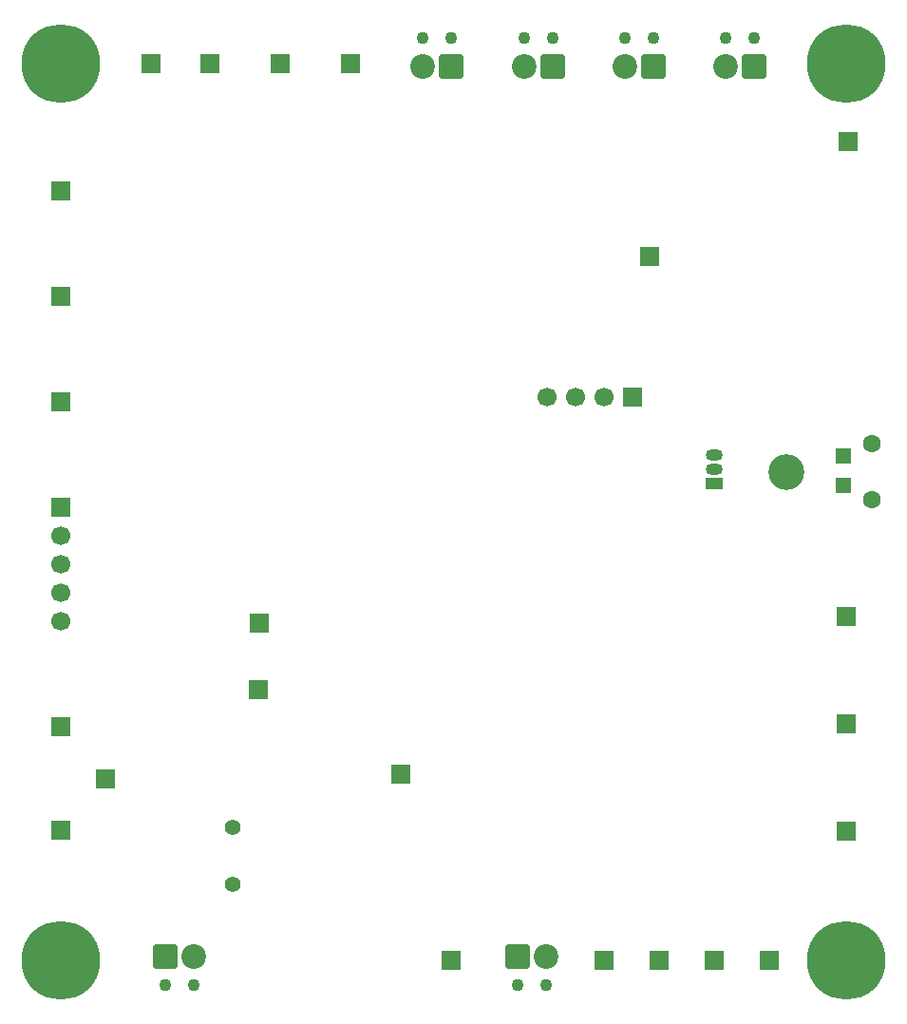
<source format=gbr>
%TF.GenerationSoftware,KiCad,Pcbnew,9.0.5-9.0.5~ubuntu24.04.1*%
%TF.CreationDate,2025-11-18T18:30:51-05:00*%
%TF.ProjectId,teslaCoilSensor,7465736c-6143-46f6-996c-53656e736f72,rev?*%
%TF.SameCoordinates,Original*%
%TF.FileFunction,Soldermask,Bot*%
%TF.FilePolarity,Negative*%
%FSLAX46Y46*%
G04 Gerber Fmt 4.6, Leading zero omitted, Abs format (unit mm)*
G04 Created by KiCad (PCBNEW 9.0.5-9.0.5~ubuntu24.04.1) date 2025-11-18 18:30:51*
%MOMM*%
%LPD*%
G01*
G04 APERTURE LIST*
G04 Aperture macros list*
%AMRoundRect*
0 Rectangle with rounded corners*
0 $1 Rounding radius*
0 $2 $3 $4 $5 $6 $7 $8 $9 X,Y pos of 4 corners*
0 Add a 4 corners polygon primitive as box body*
4,1,4,$2,$3,$4,$5,$6,$7,$8,$9,$2,$3,0*
0 Add four circle primitives for the rounded corners*
1,1,$1+$1,$2,$3*
1,1,$1+$1,$4,$5*
1,1,$1+$1,$6,$7*
1,1,$1+$1,$8,$9*
0 Add four rect primitives between the rounded corners*
20,1,$1+$1,$2,$3,$4,$5,0*
20,1,$1+$1,$4,$5,$6,$7,0*
20,1,$1+$1,$6,$7,$8,$9,0*
20,1,$1+$1,$8,$9,$2,$3,0*%
G04 Aperture macros list end*
%ADD10R,1.700000X1.700000*%
%ADD11C,1.100000*%
%ADD12C,2.200000*%
%ADD13RoundRect,0.249999X0.850001X0.850001X-0.850001X0.850001X-0.850001X-0.850001X0.850001X-0.850001X0*%
%ADD14C,1.400000*%
%ADD15C,1.600000*%
%ADD16C,3.200000*%
%ADD17RoundRect,0.102000X-0.604000X0.604000X-0.604000X-0.604000X0.604000X-0.604000X0.604000X0.604000X0*%
%ADD18RoundRect,0.249999X-0.850001X-0.850001X0.850001X-0.850001X0.850001X0.850001X-0.850001X0.850001X0*%
%ADD19C,7.000000*%
%ADD20C,1.700000*%
%ADD21R,1.500000X1.050000*%
%ADD22O,1.500000X1.050000*%
G04 APERTURE END LIST*
D10*
%TO.C,J16*%
X187096400Y-57099200D03*
%TD*%
%TO.C,J29*%
X116941600Y-61488383D03*
%TD*%
%TO.C,J18*%
X116950000Y-80300000D03*
%TD*%
D11*
%TO.C,TC1*%
X160757250Y-47872614D03*
X158217250Y-47872614D03*
D12*
X158217250Y-50412614D03*
D13*
X160757250Y-50412614D03*
%TD*%
D10*
%TO.C,J24*%
X130242210Y-50105114D03*
%TD*%
%TO.C,J28*%
X186944000Y-108966400D03*
%TD*%
D14*
%TO.C,R24*%
X132234900Y-118160800D03*
X132234900Y-123240800D03*
%TD*%
D15*
%TO.C,J8*%
X189226850Y-84015025D03*
D16*
X181626850Y-86515025D03*
D15*
X189226850Y-89015025D03*
D17*
X186726850Y-87715025D03*
X186726850Y-85115025D03*
%TD*%
D11*
%TO.C,J22*%
X126257920Y-132280500D03*
X128797920Y-132280500D03*
D18*
X126257920Y-129740500D03*
D12*
X128797920Y-129740500D03*
%TD*%
D19*
%TO.C,H2*%
X186944000Y-50105114D03*
%TD*%
D10*
%TO.C,J11*%
X147250000Y-113450000D03*
%TD*%
D11*
%TO.C,J2*%
X178741750Y-47872614D03*
X176201750Y-47872614D03*
D13*
X178741750Y-50412614D03*
D12*
X176201750Y-50412614D03*
%TD*%
D10*
%TO.C,J25*%
X165355360Y-130048000D03*
%TD*%
%TO.C,J6*%
X116941600Y-89698192D03*
D20*
X116941600Y-92238192D03*
X116941600Y-94778192D03*
X116941600Y-97318192D03*
X116941600Y-99858192D03*
%TD*%
D10*
%TO.C,J12*%
X180061840Y-130048000D03*
%TD*%
%TO.C,J30*%
X151768144Y-130048000D03*
%TD*%
%TO.C,J31*%
X175159680Y-130048000D03*
%TD*%
%TO.C,J17*%
X116941600Y-118414800D03*
%TD*%
%TO.C,J26*%
X170257520Y-130048000D03*
%TD*%
D11*
%TO.C,J7*%
X169749500Y-47872614D03*
X167209500Y-47872614D03*
D13*
X169749500Y-50412614D03*
D12*
X167209500Y-50412614D03*
%TD*%
D11*
%TO.C,J3*%
X157683200Y-132280500D03*
X160223200Y-132280500D03*
D18*
X157683200Y-129740500D03*
D12*
X160223200Y-129740500D03*
%TD*%
D10*
%TO.C,J1*%
X167910000Y-79800000D03*
D20*
X165370000Y-79800000D03*
X162830000Y-79800000D03*
X160290000Y-79800000D03*
%TD*%
D10*
%TO.C,J4*%
X134600000Y-100000000D03*
%TD*%
%TO.C,J14*%
X120900000Y-113900000D03*
%TD*%
%TO.C,J20*%
X136493140Y-50105114D03*
%TD*%
%TO.C,J5*%
X134550000Y-105950000D03*
%TD*%
%TO.C,J19*%
X186944000Y-99415600D03*
%TD*%
D21*
%TO.C,Q2*%
X175200000Y-87550000D03*
D22*
X175200000Y-86280000D03*
X175200000Y-85010000D03*
%TD*%
D19*
%TO.C,H4*%
X186944000Y-130048000D03*
%TD*%
D10*
%TO.C,J13*%
X124936280Y-50105114D03*
%TD*%
D19*
%TO.C,H3*%
X116941600Y-130048000D03*
%TD*%
D10*
%TO.C,J21*%
X142744070Y-50105114D03*
%TD*%
%TO.C,J27*%
X116941600Y-109261461D03*
%TD*%
%TO.C,J9*%
X186944000Y-118517200D03*
%TD*%
D19*
%TO.C,H1*%
X116941600Y-50105114D03*
%TD*%
D10*
%TO.C,J10*%
X116941600Y-70891653D03*
%TD*%
D11*
%TO.C,TC2*%
X151765000Y-47872614D03*
X149225000Y-47872614D03*
D12*
X149225000Y-50412614D03*
D13*
X151765000Y-50412614D03*
%TD*%
D10*
%TO.C,J15*%
X169450000Y-67300000D03*
%TD*%
M02*

</source>
